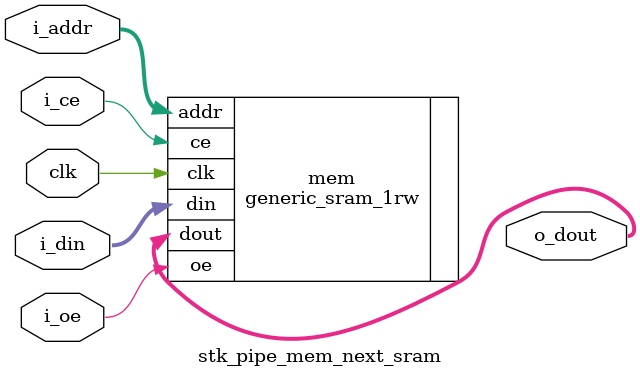
<source format=sv>

module stk_pipe_mem_next_sram (
// -------------------------------------------------------------------------- //
//
  input wire logic [9:0]                             i_addr
, input wire logic [9:0]                             i_din
, input wire logic                                   i_ce
, input wire logic                                   i_oe
//
, output wire logic [9:0]                            o_dout

// -------------------------------------------------------------------------- //
//
, input wire logic                                   clk
);

// -------------------------------------------------------------------------- //
//
generic_sram_1rw #(.W(10), .N(1024)) mem (
//
  .addr                       (i_addr)
, .din                        (i_din)
, .ce                         (i_ce)
, .oe                         (i_oe)
, .dout                       (o_dout)
//
, .clk                        (clk)
);

endmodule : stk_pipe_mem_next_sram

</source>
